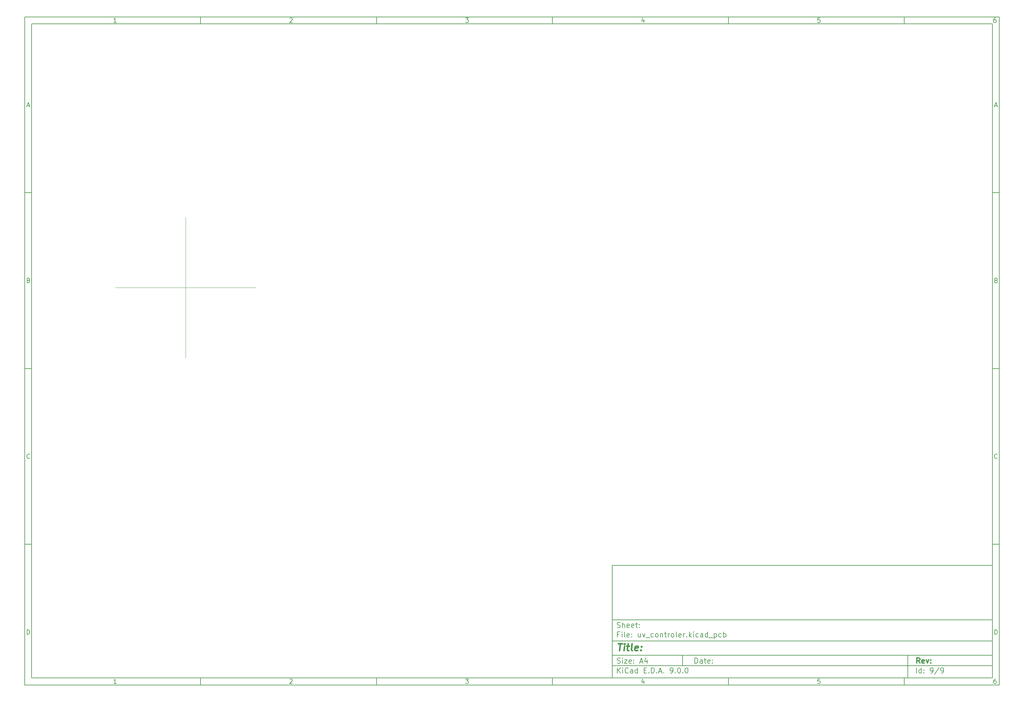
<source format=gbr>
%TF.GenerationSoftware,KiCad,Pcbnew,9.0.0*%
%TF.CreationDate,2025-06-04T23:26:29+02:00*%
%TF.ProjectId,uv_controler,75765f63-6f6e-4747-926f-6c65722e6b69,rev?*%
%TF.SameCoordinates,Original*%
%TF.FileFunction,Other,User*%
%FSLAX46Y46*%
G04 Gerber Fmt 4.6, Leading zero omitted, Abs format (unit mm)*
G04 Created by KiCad (PCBNEW 9.0.0) date 2025-06-04 23:26:29*
%MOMM*%
%LPD*%
G01*
G04 APERTURE LIST*
%ADD10C,0.100000*%
%ADD11C,0.150000*%
%ADD12C,0.300000*%
%ADD13C,0.400000*%
G04 APERTURE END LIST*
D10*
D11*
X177002200Y-166007200D02*
X285002200Y-166007200D01*
X285002200Y-198007200D01*
X177002200Y-198007200D01*
X177002200Y-166007200D01*
D10*
D11*
X10000000Y-10000000D02*
X287002200Y-10000000D01*
X287002200Y-200007200D01*
X10000000Y-200007200D01*
X10000000Y-10000000D01*
D10*
D11*
X12000000Y-12000000D02*
X285002200Y-12000000D01*
X285002200Y-198007200D01*
X12000000Y-198007200D01*
X12000000Y-12000000D01*
D10*
D11*
X60000000Y-12000000D02*
X60000000Y-10000000D01*
D10*
D11*
X110000000Y-12000000D02*
X110000000Y-10000000D01*
D10*
D11*
X160000000Y-12000000D02*
X160000000Y-10000000D01*
D10*
D11*
X210000000Y-12000000D02*
X210000000Y-10000000D01*
D10*
D11*
X260000000Y-12000000D02*
X260000000Y-10000000D01*
D10*
D11*
X36089160Y-11593604D02*
X35346303Y-11593604D01*
X35717731Y-11593604D02*
X35717731Y-10293604D01*
X35717731Y-10293604D02*
X35593922Y-10479319D01*
X35593922Y-10479319D02*
X35470112Y-10603128D01*
X35470112Y-10603128D02*
X35346303Y-10665033D01*
D10*
D11*
X85346303Y-10417414D02*
X85408207Y-10355509D01*
X85408207Y-10355509D02*
X85532017Y-10293604D01*
X85532017Y-10293604D02*
X85841541Y-10293604D01*
X85841541Y-10293604D02*
X85965350Y-10355509D01*
X85965350Y-10355509D02*
X86027255Y-10417414D01*
X86027255Y-10417414D02*
X86089160Y-10541223D01*
X86089160Y-10541223D02*
X86089160Y-10665033D01*
X86089160Y-10665033D02*
X86027255Y-10850747D01*
X86027255Y-10850747D02*
X85284398Y-11593604D01*
X85284398Y-11593604D02*
X86089160Y-11593604D01*
D10*
D11*
X135284398Y-10293604D02*
X136089160Y-10293604D01*
X136089160Y-10293604D02*
X135655826Y-10788842D01*
X135655826Y-10788842D02*
X135841541Y-10788842D01*
X135841541Y-10788842D02*
X135965350Y-10850747D01*
X135965350Y-10850747D02*
X136027255Y-10912652D01*
X136027255Y-10912652D02*
X136089160Y-11036461D01*
X136089160Y-11036461D02*
X136089160Y-11345985D01*
X136089160Y-11345985D02*
X136027255Y-11469795D01*
X136027255Y-11469795D02*
X135965350Y-11531700D01*
X135965350Y-11531700D02*
X135841541Y-11593604D01*
X135841541Y-11593604D02*
X135470112Y-11593604D01*
X135470112Y-11593604D02*
X135346303Y-11531700D01*
X135346303Y-11531700D02*
X135284398Y-11469795D01*
D10*
D11*
X185965350Y-10726938D02*
X185965350Y-11593604D01*
X185655826Y-10231700D02*
X185346303Y-11160271D01*
X185346303Y-11160271D02*
X186151064Y-11160271D01*
D10*
D11*
X236027255Y-10293604D02*
X235408207Y-10293604D01*
X235408207Y-10293604D02*
X235346303Y-10912652D01*
X235346303Y-10912652D02*
X235408207Y-10850747D01*
X235408207Y-10850747D02*
X235532017Y-10788842D01*
X235532017Y-10788842D02*
X235841541Y-10788842D01*
X235841541Y-10788842D02*
X235965350Y-10850747D01*
X235965350Y-10850747D02*
X236027255Y-10912652D01*
X236027255Y-10912652D02*
X236089160Y-11036461D01*
X236089160Y-11036461D02*
X236089160Y-11345985D01*
X236089160Y-11345985D02*
X236027255Y-11469795D01*
X236027255Y-11469795D02*
X235965350Y-11531700D01*
X235965350Y-11531700D02*
X235841541Y-11593604D01*
X235841541Y-11593604D02*
X235532017Y-11593604D01*
X235532017Y-11593604D02*
X235408207Y-11531700D01*
X235408207Y-11531700D02*
X235346303Y-11469795D01*
D10*
D11*
X285965350Y-10293604D02*
X285717731Y-10293604D01*
X285717731Y-10293604D02*
X285593922Y-10355509D01*
X285593922Y-10355509D02*
X285532017Y-10417414D01*
X285532017Y-10417414D02*
X285408207Y-10603128D01*
X285408207Y-10603128D02*
X285346303Y-10850747D01*
X285346303Y-10850747D02*
X285346303Y-11345985D01*
X285346303Y-11345985D02*
X285408207Y-11469795D01*
X285408207Y-11469795D02*
X285470112Y-11531700D01*
X285470112Y-11531700D02*
X285593922Y-11593604D01*
X285593922Y-11593604D02*
X285841541Y-11593604D01*
X285841541Y-11593604D02*
X285965350Y-11531700D01*
X285965350Y-11531700D02*
X286027255Y-11469795D01*
X286027255Y-11469795D02*
X286089160Y-11345985D01*
X286089160Y-11345985D02*
X286089160Y-11036461D01*
X286089160Y-11036461D02*
X286027255Y-10912652D01*
X286027255Y-10912652D02*
X285965350Y-10850747D01*
X285965350Y-10850747D02*
X285841541Y-10788842D01*
X285841541Y-10788842D02*
X285593922Y-10788842D01*
X285593922Y-10788842D02*
X285470112Y-10850747D01*
X285470112Y-10850747D02*
X285408207Y-10912652D01*
X285408207Y-10912652D02*
X285346303Y-11036461D01*
D10*
D11*
X60000000Y-198007200D02*
X60000000Y-200007200D01*
D10*
D11*
X110000000Y-198007200D02*
X110000000Y-200007200D01*
D10*
D11*
X160000000Y-198007200D02*
X160000000Y-200007200D01*
D10*
D11*
X210000000Y-198007200D02*
X210000000Y-200007200D01*
D10*
D11*
X260000000Y-198007200D02*
X260000000Y-200007200D01*
D10*
D11*
X36089160Y-199600804D02*
X35346303Y-199600804D01*
X35717731Y-199600804D02*
X35717731Y-198300804D01*
X35717731Y-198300804D02*
X35593922Y-198486519D01*
X35593922Y-198486519D02*
X35470112Y-198610328D01*
X35470112Y-198610328D02*
X35346303Y-198672233D01*
D10*
D11*
X85346303Y-198424614D02*
X85408207Y-198362709D01*
X85408207Y-198362709D02*
X85532017Y-198300804D01*
X85532017Y-198300804D02*
X85841541Y-198300804D01*
X85841541Y-198300804D02*
X85965350Y-198362709D01*
X85965350Y-198362709D02*
X86027255Y-198424614D01*
X86027255Y-198424614D02*
X86089160Y-198548423D01*
X86089160Y-198548423D02*
X86089160Y-198672233D01*
X86089160Y-198672233D02*
X86027255Y-198857947D01*
X86027255Y-198857947D02*
X85284398Y-199600804D01*
X85284398Y-199600804D02*
X86089160Y-199600804D01*
D10*
D11*
X135284398Y-198300804D02*
X136089160Y-198300804D01*
X136089160Y-198300804D02*
X135655826Y-198796042D01*
X135655826Y-198796042D02*
X135841541Y-198796042D01*
X135841541Y-198796042D02*
X135965350Y-198857947D01*
X135965350Y-198857947D02*
X136027255Y-198919852D01*
X136027255Y-198919852D02*
X136089160Y-199043661D01*
X136089160Y-199043661D02*
X136089160Y-199353185D01*
X136089160Y-199353185D02*
X136027255Y-199476995D01*
X136027255Y-199476995D02*
X135965350Y-199538900D01*
X135965350Y-199538900D02*
X135841541Y-199600804D01*
X135841541Y-199600804D02*
X135470112Y-199600804D01*
X135470112Y-199600804D02*
X135346303Y-199538900D01*
X135346303Y-199538900D02*
X135284398Y-199476995D01*
D10*
D11*
X185965350Y-198734138D02*
X185965350Y-199600804D01*
X185655826Y-198238900D02*
X185346303Y-199167471D01*
X185346303Y-199167471D02*
X186151064Y-199167471D01*
D10*
D11*
X236027255Y-198300804D02*
X235408207Y-198300804D01*
X235408207Y-198300804D02*
X235346303Y-198919852D01*
X235346303Y-198919852D02*
X235408207Y-198857947D01*
X235408207Y-198857947D02*
X235532017Y-198796042D01*
X235532017Y-198796042D02*
X235841541Y-198796042D01*
X235841541Y-198796042D02*
X235965350Y-198857947D01*
X235965350Y-198857947D02*
X236027255Y-198919852D01*
X236027255Y-198919852D02*
X236089160Y-199043661D01*
X236089160Y-199043661D02*
X236089160Y-199353185D01*
X236089160Y-199353185D02*
X236027255Y-199476995D01*
X236027255Y-199476995D02*
X235965350Y-199538900D01*
X235965350Y-199538900D02*
X235841541Y-199600804D01*
X235841541Y-199600804D02*
X235532017Y-199600804D01*
X235532017Y-199600804D02*
X235408207Y-199538900D01*
X235408207Y-199538900D02*
X235346303Y-199476995D01*
D10*
D11*
X285965350Y-198300804D02*
X285717731Y-198300804D01*
X285717731Y-198300804D02*
X285593922Y-198362709D01*
X285593922Y-198362709D02*
X285532017Y-198424614D01*
X285532017Y-198424614D02*
X285408207Y-198610328D01*
X285408207Y-198610328D02*
X285346303Y-198857947D01*
X285346303Y-198857947D02*
X285346303Y-199353185D01*
X285346303Y-199353185D02*
X285408207Y-199476995D01*
X285408207Y-199476995D02*
X285470112Y-199538900D01*
X285470112Y-199538900D02*
X285593922Y-199600804D01*
X285593922Y-199600804D02*
X285841541Y-199600804D01*
X285841541Y-199600804D02*
X285965350Y-199538900D01*
X285965350Y-199538900D02*
X286027255Y-199476995D01*
X286027255Y-199476995D02*
X286089160Y-199353185D01*
X286089160Y-199353185D02*
X286089160Y-199043661D01*
X286089160Y-199043661D02*
X286027255Y-198919852D01*
X286027255Y-198919852D02*
X285965350Y-198857947D01*
X285965350Y-198857947D02*
X285841541Y-198796042D01*
X285841541Y-198796042D02*
X285593922Y-198796042D01*
X285593922Y-198796042D02*
X285470112Y-198857947D01*
X285470112Y-198857947D02*
X285408207Y-198919852D01*
X285408207Y-198919852D02*
X285346303Y-199043661D01*
D10*
D11*
X10000000Y-60000000D02*
X12000000Y-60000000D01*
D10*
D11*
X10000000Y-110000000D02*
X12000000Y-110000000D01*
D10*
D11*
X10000000Y-160000000D02*
X12000000Y-160000000D01*
D10*
D11*
X10690476Y-35222176D02*
X11309523Y-35222176D01*
X10566666Y-35593604D02*
X10999999Y-34293604D01*
X10999999Y-34293604D02*
X11433333Y-35593604D01*
D10*
D11*
X11092857Y-84912652D02*
X11278571Y-84974557D01*
X11278571Y-84974557D02*
X11340476Y-85036461D01*
X11340476Y-85036461D02*
X11402380Y-85160271D01*
X11402380Y-85160271D02*
X11402380Y-85345985D01*
X11402380Y-85345985D02*
X11340476Y-85469795D01*
X11340476Y-85469795D02*
X11278571Y-85531700D01*
X11278571Y-85531700D02*
X11154761Y-85593604D01*
X11154761Y-85593604D02*
X10659523Y-85593604D01*
X10659523Y-85593604D02*
X10659523Y-84293604D01*
X10659523Y-84293604D02*
X11092857Y-84293604D01*
X11092857Y-84293604D02*
X11216666Y-84355509D01*
X11216666Y-84355509D02*
X11278571Y-84417414D01*
X11278571Y-84417414D02*
X11340476Y-84541223D01*
X11340476Y-84541223D02*
X11340476Y-84665033D01*
X11340476Y-84665033D02*
X11278571Y-84788842D01*
X11278571Y-84788842D02*
X11216666Y-84850747D01*
X11216666Y-84850747D02*
X11092857Y-84912652D01*
X11092857Y-84912652D02*
X10659523Y-84912652D01*
D10*
D11*
X11402380Y-135469795D02*
X11340476Y-135531700D01*
X11340476Y-135531700D02*
X11154761Y-135593604D01*
X11154761Y-135593604D02*
X11030952Y-135593604D01*
X11030952Y-135593604D02*
X10845238Y-135531700D01*
X10845238Y-135531700D02*
X10721428Y-135407890D01*
X10721428Y-135407890D02*
X10659523Y-135284080D01*
X10659523Y-135284080D02*
X10597619Y-135036461D01*
X10597619Y-135036461D02*
X10597619Y-134850747D01*
X10597619Y-134850747D02*
X10659523Y-134603128D01*
X10659523Y-134603128D02*
X10721428Y-134479319D01*
X10721428Y-134479319D02*
X10845238Y-134355509D01*
X10845238Y-134355509D02*
X11030952Y-134293604D01*
X11030952Y-134293604D02*
X11154761Y-134293604D01*
X11154761Y-134293604D02*
X11340476Y-134355509D01*
X11340476Y-134355509D02*
X11402380Y-134417414D01*
D10*
D11*
X10659523Y-185593604D02*
X10659523Y-184293604D01*
X10659523Y-184293604D02*
X10969047Y-184293604D01*
X10969047Y-184293604D02*
X11154761Y-184355509D01*
X11154761Y-184355509D02*
X11278571Y-184479319D01*
X11278571Y-184479319D02*
X11340476Y-184603128D01*
X11340476Y-184603128D02*
X11402380Y-184850747D01*
X11402380Y-184850747D02*
X11402380Y-185036461D01*
X11402380Y-185036461D02*
X11340476Y-185284080D01*
X11340476Y-185284080D02*
X11278571Y-185407890D01*
X11278571Y-185407890D02*
X11154761Y-185531700D01*
X11154761Y-185531700D02*
X10969047Y-185593604D01*
X10969047Y-185593604D02*
X10659523Y-185593604D01*
D10*
D11*
X287002200Y-60000000D02*
X285002200Y-60000000D01*
D10*
D11*
X287002200Y-110000000D02*
X285002200Y-110000000D01*
D10*
D11*
X287002200Y-160000000D02*
X285002200Y-160000000D01*
D10*
D11*
X285692676Y-35222176D02*
X286311723Y-35222176D01*
X285568866Y-35593604D02*
X286002199Y-34293604D01*
X286002199Y-34293604D02*
X286435533Y-35593604D01*
D10*
D11*
X286095057Y-84912652D02*
X286280771Y-84974557D01*
X286280771Y-84974557D02*
X286342676Y-85036461D01*
X286342676Y-85036461D02*
X286404580Y-85160271D01*
X286404580Y-85160271D02*
X286404580Y-85345985D01*
X286404580Y-85345985D02*
X286342676Y-85469795D01*
X286342676Y-85469795D02*
X286280771Y-85531700D01*
X286280771Y-85531700D02*
X286156961Y-85593604D01*
X286156961Y-85593604D02*
X285661723Y-85593604D01*
X285661723Y-85593604D02*
X285661723Y-84293604D01*
X285661723Y-84293604D02*
X286095057Y-84293604D01*
X286095057Y-84293604D02*
X286218866Y-84355509D01*
X286218866Y-84355509D02*
X286280771Y-84417414D01*
X286280771Y-84417414D02*
X286342676Y-84541223D01*
X286342676Y-84541223D02*
X286342676Y-84665033D01*
X286342676Y-84665033D02*
X286280771Y-84788842D01*
X286280771Y-84788842D02*
X286218866Y-84850747D01*
X286218866Y-84850747D02*
X286095057Y-84912652D01*
X286095057Y-84912652D02*
X285661723Y-84912652D01*
D10*
D11*
X286404580Y-135469795D02*
X286342676Y-135531700D01*
X286342676Y-135531700D02*
X286156961Y-135593604D01*
X286156961Y-135593604D02*
X286033152Y-135593604D01*
X286033152Y-135593604D02*
X285847438Y-135531700D01*
X285847438Y-135531700D02*
X285723628Y-135407890D01*
X285723628Y-135407890D02*
X285661723Y-135284080D01*
X285661723Y-135284080D02*
X285599819Y-135036461D01*
X285599819Y-135036461D02*
X285599819Y-134850747D01*
X285599819Y-134850747D02*
X285661723Y-134603128D01*
X285661723Y-134603128D02*
X285723628Y-134479319D01*
X285723628Y-134479319D02*
X285847438Y-134355509D01*
X285847438Y-134355509D02*
X286033152Y-134293604D01*
X286033152Y-134293604D02*
X286156961Y-134293604D01*
X286156961Y-134293604D02*
X286342676Y-134355509D01*
X286342676Y-134355509D02*
X286404580Y-134417414D01*
D10*
D11*
X285661723Y-185593604D02*
X285661723Y-184293604D01*
X285661723Y-184293604D02*
X285971247Y-184293604D01*
X285971247Y-184293604D02*
X286156961Y-184355509D01*
X286156961Y-184355509D02*
X286280771Y-184479319D01*
X286280771Y-184479319D02*
X286342676Y-184603128D01*
X286342676Y-184603128D02*
X286404580Y-184850747D01*
X286404580Y-184850747D02*
X286404580Y-185036461D01*
X286404580Y-185036461D02*
X286342676Y-185284080D01*
X286342676Y-185284080D02*
X286280771Y-185407890D01*
X286280771Y-185407890D02*
X286156961Y-185531700D01*
X286156961Y-185531700D02*
X285971247Y-185593604D01*
X285971247Y-185593604D02*
X285661723Y-185593604D01*
D10*
D11*
X200458026Y-193793328D02*
X200458026Y-192293328D01*
X200458026Y-192293328D02*
X200815169Y-192293328D01*
X200815169Y-192293328D02*
X201029455Y-192364757D01*
X201029455Y-192364757D02*
X201172312Y-192507614D01*
X201172312Y-192507614D02*
X201243741Y-192650471D01*
X201243741Y-192650471D02*
X201315169Y-192936185D01*
X201315169Y-192936185D02*
X201315169Y-193150471D01*
X201315169Y-193150471D02*
X201243741Y-193436185D01*
X201243741Y-193436185D02*
X201172312Y-193579042D01*
X201172312Y-193579042D02*
X201029455Y-193721900D01*
X201029455Y-193721900D02*
X200815169Y-193793328D01*
X200815169Y-193793328D02*
X200458026Y-193793328D01*
X202600884Y-193793328D02*
X202600884Y-193007614D01*
X202600884Y-193007614D02*
X202529455Y-192864757D01*
X202529455Y-192864757D02*
X202386598Y-192793328D01*
X202386598Y-192793328D02*
X202100884Y-192793328D01*
X202100884Y-192793328D02*
X201958026Y-192864757D01*
X202600884Y-193721900D02*
X202458026Y-193793328D01*
X202458026Y-193793328D02*
X202100884Y-193793328D01*
X202100884Y-193793328D02*
X201958026Y-193721900D01*
X201958026Y-193721900D02*
X201886598Y-193579042D01*
X201886598Y-193579042D02*
X201886598Y-193436185D01*
X201886598Y-193436185D02*
X201958026Y-193293328D01*
X201958026Y-193293328D02*
X202100884Y-193221900D01*
X202100884Y-193221900D02*
X202458026Y-193221900D01*
X202458026Y-193221900D02*
X202600884Y-193150471D01*
X203100884Y-192793328D02*
X203672312Y-192793328D01*
X203315169Y-192293328D02*
X203315169Y-193579042D01*
X203315169Y-193579042D02*
X203386598Y-193721900D01*
X203386598Y-193721900D02*
X203529455Y-193793328D01*
X203529455Y-193793328D02*
X203672312Y-193793328D01*
X204743741Y-193721900D02*
X204600884Y-193793328D01*
X204600884Y-193793328D02*
X204315170Y-193793328D01*
X204315170Y-193793328D02*
X204172312Y-193721900D01*
X204172312Y-193721900D02*
X204100884Y-193579042D01*
X204100884Y-193579042D02*
X204100884Y-193007614D01*
X204100884Y-193007614D02*
X204172312Y-192864757D01*
X204172312Y-192864757D02*
X204315170Y-192793328D01*
X204315170Y-192793328D02*
X204600884Y-192793328D01*
X204600884Y-192793328D02*
X204743741Y-192864757D01*
X204743741Y-192864757D02*
X204815170Y-193007614D01*
X204815170Y-193007614D02*
X204815170Y-193150471D01*
X204815170Y-193150471D02*
X204100884Y-193293328D01*
X205458026Y-193650471D02*
X205529455Y-193721900D01*
X205529455Y-193721900D02*
X205458026Y-193793328D01*
X205458026Y-193793328D02*
X205386598Y-193721900D01*
X205386598Y-193721900D02*
X205458026Y-193650471D01*
X205458026Y-193650471D02*
X205458026Y-193793328D01*
X205458026Y-192864757D02*
X205529455Y-192936185D01*
X205529455Y-192936185D02*
X205458026Y-193007614D01*
X205458026Y-193007614D02*
X205386598Y-192936185D01*
X205386598Y-192936185D02*
X205458026Y-192864757D01*
X205458026Y-192864757D02*
X205458026Y-193007614D01*
D10*
D11*
X177002200Y-194507200D02*
X285002200Y-194507200D01*
D10*
D11*
X178458026Y-196593328D02*
X178458026Y-195093328D01*
X179315169Y-196593328D02*
X178672312Y-195736185D01*
X179315169Y-195093328D02*
X178458026Y-195950471D01*
X179958026Y-196593328D02*
X179958026Y-195593328D01*
X179958026Y-195093328D02*
X179886598Y-195164757D01*
X179886598Y-195164757D02*
X179958026Y-195236185D01*
X179958026Y-195236185D02*
X180029455Y-195164757D01*
X180029455Y-195164757D02*
X179958026Y-195093328D01*
X179958026Y-195093328D02*
X179958026Y-195236185D01*
X181529455Y-196450471D02*
X181458027Y-196521900D01*
X181458027Y-196521900D02*
X181243741Y-196593328D01*
X181243741Y-196593328D02*
X181100884Y-196593328D01*
X181100884Y-196593328D02*
X180886598Y-196521900D01*
X180886598Y-196521900D02*
X180743741Y-196379042D01*
X180743741Y-196379042D02*
X180672312Y-196236185D01*
X180672312Y-196236185D02*
X180600884Y-195950471D01*
X180600884Y-195950471D02*
X180600884Y-195736185D01*
X180600884Y-195736185D02*
X180672312Y-195450471D01*
X180672312Y-195450471D02*
X180743741Y-195307614D01*
X180743741Y-195307614D02*
X180886598Y-195164757D01*
X180886598Y-195164757D02*
X181100884Y-195093328D01*
X181100884Y-195093328D02*
X181243741Y-195093328D01*
X181243741Y-195093328D02*
X181458027Y-195164757D01*
X181458027Y-195164757D02*
X181529455Y-195236185D01*
X182815170Y-196593328D02*
X182815170Y-195807614D01*
X182815170Y-195807614D02*
X182743741Y-195664757D01*
X182743741Y-195664757D02*
X182600884Y-195593328D01*
X182600884Y-195593328D02*
X182315170Y-195593328D01*
X182315170Y-195593328D02*
X182172312Y-195664757D01*
X182815170Y-196521900D02*
X182672312Y-196593328D01*
X182672312Y-196593328D02*
X182315170Y-196593328D01*
X182315170Y-196593328D02*
X182172312Y-196521900D01*
X182172312Y-196521900D02*
X182100884Y-196379042D01*
X182100884Y-196379042D02*
X182100884Y-196236185D01*
X182100884Y-196236185D02*
X182172312Y-196093328D01*
X182172312Y-196093328D02*
X182315170Y-196021900D01*
X182315170Y-196021900D02*
X182672312Y-196021900D01*
X182672312Y-196021900D02*
X182815170Y-195950471D01*
X184172313Y-196593328D02*
X184172313Y-195093328D01*
X184172313Y-196521900D02*
X184029455Y-196593328D01*
X184029455Y-196593328D02*
X183743741Y-196593328D01*
X183743741Y-196593328D02*
X183600884Y-196521900D01*
X183600884Y-196521900D02*
X183529455Y-196450471D01*
X183529455Y-196450471D02*
X183458027Y-196307614D01*
X183458027Y-196307614D02*
X183458027Y-195879042D01*
X183458027Y-195879042D02*
X183529455Y-195736185D01*
X183529455Y-195736185D02*
X183600884Y-195664757D01*
X183600884Y-195664757D02*
X183743741Y-195593328D01*
X183743741Y-195593328D02*
X184029455Y-195593328D01*
X184029455Y-195593328D02*
X184172313Y-195664757D01*
X186029455Y-195807614D02*
X186529455Y-195807614D01*
X186743741Y-196593328D02*
X186029455Y-196593328D01*
X186029455Y-196593328D02*
X186029455Y-195093328D01*
X186029455Y-195093328D02*
X186743741Y-195093328D01*
X187386598Y-196450471D02*
X187458027Y-196521900D01*
X187458027Y-196521900D02*
X187386598Y-196593328D01*
X187386598Y-196593328D02*
X187315170Y-196521900D01*
X187315170Y-196521900D02*
X187386598Y-196450471D01*
X187386598Y-196450471D02*
X187386598Y-196593328D01*
X188100884Y-196593328D02*
X188100884Y-195093328D01*
X188100884Y-195093328D02*
X188458027Y-195093328D01*
X188458027Y-195093328D02*
X188672313Y-195164757D01*
X188672313Y-195164757D02*
X188815170Y-195307614D01*
X188815170Y-195307614D02*
X188886599Y-195450471D01*
X188886599Y-195450471D02*
X188958027Y-195736185D01*
X188958027Y-195736185D02*
X188958027Y-195950471D01*
X188958027Y-195950471D02*
X188886599Y-196236185D01*
X188886599Y-196236185D02*
X188815170Y-196379042D01*
X188815170Y-196379042D02*
X188672313Y-196521900D01*
X188672313Y-196521900D02*
X188458027Y-196593328D01*
X188458027Y-196593328D02*
X188100884Y-196593328D01*
X189600884Y-196450471D02*
X189672313Y-196521900D01*
X189672313Y-196521900D02*
X189600884Y-196593328D01*
X189600884Y-196593328D02*
X189529456Y-196521900D01*
X189529456Y-196521900D02*
X189600884Y-196450471D01*
X189600884Y-196450471D02*
X189600884Y-196593328D01*
X190243742Y-196164757D02*
X190958028Y-196164757D01*
X190100885Y-196593328D02*
X190600885Y-195093328D01*
X190600885Y-195093328D02*
X191100885Y-196593328D01*
X191600884Y-196450471D02*
X191672313Y-196521900D01*
X191672313Y-196521900D02*
X191600884Y-196593328D01*
X191600884Y-196593328D02*
X191529456Y-196521900D01*
X191529456Y-196521900D02*
X191600884Y-196450471D01*
X191600884Y-196450471D02*
X191600884Y-196593328D01*
X193529456Y-196593328D02*
X193815170Y-196593328D01*
X193815170Y-196593328D02*
X193958027Y-196521900D01*
X193958027Y-196521900D02*
X194029456Y-196450471D01*
X194029456Y-196450471D02*
X194172313Y-196236185D01*
X194172313Y-196236185D02*
X194243742Y-195950471D01*
X194243742Y-195950471D02*
X194243742Y-195379042D01*
X194243742Y-195379042D02*
X194172313Y-195236185D01*
X194172313Y-195236185D02*
X194100885Y-195164757D01*
X194100885Y-195164757D02*
X193958027Y-195093328D01*
X193958027Y-195093328D02*
X193672313Y-195093328D01*
X193672313Y-195093328D02*
X193529456Y-195164757D01*
X193529456Y-195164757D02*
X193458027Y-195236185D01*
X193458027Y-195236185D02*
X193386599Y-195379042D01*
X193386599Y-195379042D02*
X193386599Y-195736185D01*
X193386599Y-195736185D02*
X193458027Y-195879042D01*
X193458027Y-195879042D02*
X193529456Y-195950471D01*
X193529456Y-195950471D02*
X193672313Y-196021900D01*
X193672313Y-196021900D02*
X193958027Y-196021900D01*
X193958027Y-196021900D02*
X194100885Y-195950471D01*
X194100885Y-195950471D02*
X194172313Y-195879042D01*
X194172313Y-195879042D02*
X194243742Y-195736185D01*
X194886598Y-196450471D02*
X194958027Y-196521900D01*
X194958027Y-196521900D02*
X194886598Y-196593328D01*
X194886598Y-196593328D02*
X194815170Y-196521900D01*
X194815170Y-196521900D02*
X194886598Y-196450471D01*
X194886598Y-196450471D02*
X194886598Y-196593328D01*
X195886599Y-195093328D02*
X196029456Y-195093328D01*
X196029456Y-195093328D02*
X196172313Y-195164757D01*
X196172313Y-195164757D02*
X196243742Y-195236185D01*
X196243742Y-195236185D02*
X196315170Y-195379042D01*
X196315170Y-195379042D02*
X196386599Y-195664757D01*
X196386599Y-195664757D02*
X196386599Y-196021900D01*
X196386599Y-196021900D02*
X196315170Y-196307614D01*
X196315170Y-196307614D02*
X196243742Y-196450471D01*
X196243742Y-196450471D02*
X196172313Y-196521900D01*
X196172313Y-196521900D02*
X196029456Y-196593328D01*
X196029456Y-196593328D02*
X195886599Y-196593328D01*
X195886599Y-196593328D02*
X195743742Y-196521900D01*
X195743742Y-196521900D02*
X195672313Y-196450471D01*
X195672313Y-196450471D02*
X195600884Y-196307614D01*
X195600884Y-196307614D02*
X195529456Y-196021900D01*
X195529456Y-196021900D02*
X195529456Y-195664757D01*
X195529456Y-195664757D02*
X195600884Y-195379042D01*
X195600884Y-195379042D02*
X195672313Y-195236185D01*
X195672313Y-195236185D02*
X195743742Y-195164757D01*
X195743742Y-195164757D02*
X195886599Y-195093328D01*
X197029455Y-196450471D02*
X197100884Y-196521900D01*
X197100884Y-196521900D02*
X197029455Y-196593328D01*
X197029455Y-196593328D02*
X196958027Y-196521900D01*
X196958027Y-196521900D02*
X197029455Y-196450471D01*
X197029455Y-196450471D02*
X197029455Y-196593328D01*
X198029456Y-195093328D02*
X198172313Y-195093328D01*
X198172313Y-195093328D02*
X198315170Y-195164757D01*
X198315170Y-195164757D02*
X198386599Y-195236185D01*
X198386599Y-195236185D02*
X198458027Y-195379042D01*
X198458027Y-195379042D02*
X198529456Y-195664757D01*
X198529456Y-195664757D02*
X198529456Y-196021900D01*
X198529456Y-196021900D02*
X198458027Y-196307614D01*
X198458027Y-196307614D02*
X198386599Y-196450471D01*
X198386599Y-196450471D02*
X198315170Y-196521900D01*
X198315170Y-196521900D02*
X198172313Y-196593328D01*
X198172313Y-196593328D02*
X198029456Y-196593328D01*
X198029456Y-196593328D02*
X197886599Y-196521900D01*
X197886599Y-196521900D02*
X197815170Y-196450471D01*
X197815170Y-196450471D02*
X197743741Y-196307614D01*
X197743741Y-196307614D02*
X197672313Y-196021900D01*
X197672313Y-196021900D02*
X197672313Y-195664757D01*
X197672313Y-195664757D02*
X197743741Y-195379042D01*
X197743741Y-195379042D02*
X197815170Y-195236185D01*
X197815170Y-195236185D02*
X197886599Y-195164757D01*
X197886599Y-195164757D02*
X198029456Y-195093328D01*
D10*
D11*
X177002200Y-191507200D02*
X285002200Y-191507200D01*
D10*
D12*
X264413853Y-193785528D02*
X263913853Y-193071242D01*
X263556710Y-193785528D02*
X263556710Y-192285528D01*
X263556710Y-192285528D02*
X264128139Y-192285528D01*
X264128139Y-192285528D02*
X264270996Y-192356957D01*
X264270996Y-192356957D02*
X264342425Y-192428385D01*
X264342425Y-192428385D02*
X264413853Y-192571242D01*
X264413853Y-192571242D02*
X264413853Y-192785528D01*
X264413853Y-192785528D02*
X264342425Y-192928385D01*
X264342425Y-192928385D02*
X264270996Y-192999814D01*
X264270996Y-192999814D02*
X264128139Y-193071242D01*
X264128139Y-193071242D02*
X263556710Y-193071242D01*
X265628139Y-193714100D02*
X265485282Y-193785528D01*
X265485282Y-193785528D02*
X265199568Y-193785528D01*
X265199568Y-193785528D02*
X265056710Y-193714100D01*
X265056710Y-193714100D02*
X264985282Y-193571242D01*
X264985282Y-193571242D02*
X264985282Y-192999814D01*
X264985282Y-192999814D02*
X265056710Y-192856957D01*
X265056710Y-192856957D02*
X265199568Y-192785528D01*
X265199568Y-192785528D02*
X265485282Y-192785528D01*
X265485282Y-192785528D02*
X265628139Y-192856957D01*
X265628139Y-192856957D02*
X265699568Y-192999814D01*
X265699568Y-192999814D02*
X265699568Y-193142671D01*
X265699568Y-193142671D02*
X264985282Y-193285528D01*
X266199567Y-192785528D02*
X266556710Y-193785528D01*
X266556710Y-193785528D02*
X266913853Y-192785528D01*
X267485281Y-193642671D02*
X267556710Y-193714100D01*
X267556710Y-193714100D02*
X267485281Y-193785528D01*
X267485281Y-193785528D02*
X267413853Y-193714100D01*
X267413853Y-193714100D02*
X267485281Y-193642671D01*
X267485281Y-193642671D02*
X267485281Y-193785528D01*
X267485281Y-192856957D02*
X267556710Y-192928385D01*
X267556710Y-192928385D02*
X267485281Y-192999814D01*
X267485281Y-192999814D02*
X267413853Y-192928385D01*
X267413853Y-192928385D02*
X267485281Y-192856957D01*
X267485281Y-192856957D02*
X267485281Y-192999814D01*
D10*
D11*
X178386598Y-193721900D02*
X178600884Y-193793328D01*
X178600884Y-193793328D02*
X178958026Y-193793328D01*
X178958026Y-193793328D02*
X179100884Y-193721900D01*
X179100884Y-193721900D02*
X179172312Y-193650471D01*
X179172312Y-193650471D02*
X179243741Y-193507614D01*
X179243741Y-193507614D02*
X179243741Y-193364757D01*
X179243741Y-193364757D02*
X179172312Y-193221900D01*
X179172312Y-193221900D02*
X179100884Y-193150471D01*
X179100884Y-193150471D02*
X178958026Y-193079042D01*
X178958026Y-193079042D02*
X178672312Y-193007614D01*
X178672312Y-193007614D02*
X178529455Y-192936185D01*
X178529455Y-192936185D02*
X178458026Y-192864757D01*
X178458026Y-192864757D02*
X178386598Y-192721900D01*
X178386598Y-192721900D02*
X178386598Y-192579042D01*
X178386598Y-192579042D02*
X178458026Y-192436185D01*
X178458026Y-192436185D02*
X178529455Y-192364757D01*
X178529455Y-192364757D02*
X178672312Y-192293328D01*
X178672312Y-192293328D02*
X179029455Y-192293328D01*
X179029455Y-192293328D02*
X179243741Y-192364757D01*
X179886597Y-193793328D02*
X179886597Y-192793328D01*
X179886597Y-192293328D02*
X179815169Y-192364757D01*
X179815169Y-192364757D02*
X179886597Y-192436185D01*
X179886597Y-192436185D02*
X179958026Y-192364757D01*
X179958026Y-192364757D02*
X179886597Y-192293328D01*
X179886597Y-192293328D02*
X179886597Y-192436185D01*
X180458026Y-192793328D02*
X181243741Y-192793328D01*
X181243741Y-192793328D02*
X180458026Y-193793328D01*
X180458026Y-193793328D02*
X181243741Y-193793328D01*
X182386598Y-193721900D02*
X182243741Y-193793328D01*
X182243741Y-193793328D02*
X181958027Y-193793328D01*
X181958027Y-193793328D02*
X181815169Y-193721900D01*
X181815169Y-193721900D02*
X181743741Y-193579042D01*
X181743741Y-193579042D02*
X181743741Y-193007614D01*
X181743741Y-193007614D02*
X181815169Y-192864757D01*
X181815169Y-192864757D02*
X181958027Y-192793328D01*
X181958027Y-192793328D02*
X182243741Y-192793328D01*
X182243741Y-192793328D02*
X182386598Y-192864757D01*
X182386598Y-192864757D02*
X182458027Y-193007614D01*
X182458027Y-193007614D02*
X182458027Y-193150471D01*
X182458027Y-193150471D02*
X181743741Y-193293328D01*
X183100883Y-193650471D02*
X183172312Y-193721900D01*
X183172312Y-193721900D02*
X183100883Y-193793328D01*
X183100883Y-193793328D02*
X183029455Y-193721900D01*
X183029455Y-193721900D02*
X183100883Y-193650471D01*
X183100883Y-193650471D02*
X183100883Y-193793328D01*
X183100883Y-192864757D02*
X183172312Y-192936185D01*
X183172312Y-192936185D02*
X183100883Y-193007614D01*
X183100883Y-193007614D02*
X183029455Y-192936185D01*
X183029455Y-192936185D02*
X183100883Y-192864757D01*
X183100883Y-192864757D02*
X183100883Y-193007614D01*
X184886598Y-193364757D02*
X185600884Y-193364757D01*
X184743741Y-193793328D02*
X185243741Y-192293328D01*
X185243741Y-192293328D02*
X185743741Y-193793328D01*
X186886598Y-192793328D02*
X186886598Y-193793328D01*
X186529455Y-192221900D02*
X186172312Y-193293328D01*
X186172312Y-193293328D02*
X187100883Y-193293328D01*
D10*
D11*
X263458026Y-196593328D02*
X263458026Y-195093328D01*
X264815170Y-196593328D02*
X264815170Y-195093328D01*
X264815170Y-196521900D02*
X264672312Y-196593328D01*
X264672312Y-196593328D02*
X264386598Y-196593328D01*
X264386598Y-196593328D02*
X264243741Y-196521900D01*
X264243741Y-196521900D02*
X264172312Y-196450471D01*
X264172312Y-196450471D02*
X264100884Y-196307614D01*
X264100884Y-196307614D02*
X264100884Y-195879042D01*
X264100884Y-195879042D02*
X264172312Y-195736185D01*
X264172312Y-195736185D02*
X264243741Y-195664757D01*
X264243741Y-195664757D02*
X264386598Y-195593328D01*
X264386598Y-195593328D02*
X264672312Y-195593328D01*
X264672312Y-195593328D02*
X264815170Y-195664757D01*
X265529455Y-196450471D02*
X265600884Y-196521900D01*
X265600884Y-196521900D02*
X265529455Y-196593328D01*
X265529455Y-196593328D02*
X265458027Y-196521900D01*
X265458027Y-196521900D02*
X265529455Y-196450471D01*
X265529455Y-196450471D02*
X265529455Y-196593328D01*
X265529455Y-195664757D02*
X265600884Y-195736185D01*
X265600884Y-195736185D02*
X265529455Y-195807614D01*
X265529455Y-195807614D02*
X265458027Y-195736185D01*
X265458027Y-195736185D02*
X265529455Y-195664757D01*
X265529455Y-195664757D02*
X265529455Y-195807614D01*
X267458027Y-196593328D02*
X267743741Y-196593328D01*
X267743741Y-196593328D02*
X267886598Y-196521900D01*
X267886598Y-196521900D02*
X267958027Y-196450471D01*
X267958027Y-196450471D02*
X268100884Y-196236185D01*
X268100884Y-196236185D02*
X268172313Y-195950471D01*
X268172313Y-195950471D02*
X268172313Y-195379042D01*
X268172313Y-195379042D02*
X268100884Y-195236185D01*
X268100884Y-195236185D02*
X268029456Y-195164757D01*
X268029456Y-195164757D02*
X267886598Y-195093328D01*
X267886598Y-195093328D02*
X267600884Y-195093328D01*
X267600884Y-195093328D02*
X267458027Y-195164757D01*
X267458027Y-195164757D02*
X267386598Y-195236185D01*
X267386598Y-195236185D02*
X267315170Y-195379042D01*
X267315170Y-195379042D02*
X267315170Y-195736185D01*
X267315170Y-195736185D02*
X267386598Y-195879042D01*
X267386598Y-195879042D02*
X267458027Y-195950471D01*
X267458027Y-195950471D02*
X267600884Y-196021900D01*
X267600884Y-196021900D02*
X267886598Y-196021900D01*
X267886598Y-196021900D02*
X268029456Y-195950471D01*
X268029456Y-195950471D02*
X268100884Y-195879042D01*
X268100884Y-195879042D02*
X268172313Y-195736185D01*
X269886598Y-195021900D02*
X268600884Y-196950471D01*
X270458027Y-196593328D02*
X270743741Y-196593328D01*
X270743741Y-196593328D02*
X270886598Y-196521900D01*
X270886598Y-196521900D02*
X270958027Y-196450471D01*
X270958027Y-196450471D02*
X271100884Y-196236185D01*
X271100884Y-196236185D02*
X271172313Y-195950471D01*
X271172313Y-195950471D02*
X271172313Y-195379042D01*
X271172313Y-195379042D02*
X271100884Y-195236185D01*
X271100884Y-195236185D02*
X271029456Y-195164757D01*
X271029456Y-195164757D02*
X270886598Y-195093328D01*
X270886598Y-195093328D02*
X270600884Y-195093328D01*
X270600884Y-195093328D02*
X270458027Y-195164757D01*
X270458027Y-195164757D02*
X270386598Y-195236185D01*
X270386598Y-195236185D02*
X270315170Y-195379042D01*
X270315170Y-195379042D02*
X270315170Y-195736185D01*
X270315170Y-195736185D02*
X270386598Y-195879042D01*
X270386598Y-195879042D02*
X270458027Y-195950471D01*
X270458027Y-195950471D02*
X270600884Y-196021900D01*
X270600884Y-196021900D02*
X270886598Y-196021900D01*
X270886598Y-196021900D02*
X271029456Y-195950471D01*
X271029456Y-195950471D02*
X271100884Y-195879042D01*
X271100884Y-195879042D02*
X271172313Y-195736185D01*
D10*
D11*
X177002200Y-187507200D02*
X285002200Y-187507200D01*
D10*
D13*
X178693928Y-188211638D02*
X179836785Y-188211638D01*
X179015357Y-190211638D02*
X179265357Y-188211638D01*
X180253452Y-190211638D02*
X180420119Y-188878304D01*
X180503452Y-188211638D02*
X180396309Y-188306876D01*
X180396309Y-188306876D02*
X180479643Y-188402114D01*
X180479643Y-188402114D02*
X180586786Y-188306876D01*
X180586786Y-188306876D02*
X180503452Y-188211638D01*
X180503452Y-188211638D02*
X180479643Y-188402114D01*
X181086786Y-188878304D02*
X181848690Y-188878304D01*
X181455833Y-188211638D02*
X181241548Y-189925923D01*
X181241548Y-189925923D02*
X181312976Y-190116400D01*
X181312976Y-190116400D02*
X181491548Y-190211638D01*
X181491548Y-190211638D02*
X181682024Y-190211638D01*
X182634405Y-190211638D02*
X182455833Y-190116400D01*
X182455833Y-190116400D02*
X182384405Y-189925923D01*
X182384405Y-189925923D02*
X182598690Y-188211638D01*
X184170119Y-190116400D02*
X183967738Y-190211638D01*
X183967738Y-190211638D02*
X183586785Y-190211638D01*
X183586785Y-190211638D02*
X183408214Y-190116400D01*
X183408214Y-190116400D02*
X183336785Y-189925923D01*
X183336785Y-189925923D02*
X183432024Y-189164019D01*
X183432024Y-189164019D02*
X183551071Y-188973542D01*
X183551071Y-188973542D02*
X183753452Y-188878304D01*
X183753452Y-188878304D02*
X184134404Y-188878304D01*
X184134404Y-188878304D02*
X184312976Y-188973542D01*
X184312976Y-188973542D02*
X184384404Y-189164019D01*
X184384404Y-189164019D02*
X184360595Y-189354495D01*
X184360595Y-189354495D02*
X183384404Y-189544971D01*
X185134405Y-190021161D02*
X185217738Y-190116400D01*
X185217738Y-190116400D02*
X185110595Y-190211638D01*
X185110595Y-190211638D02*
X185027262Y-190116400D01*
X185027262Y-190116400D02*
X185134405Y-190021161D01*
X185134405Y-190021161D02*
X185110595Y-190211638D01*
X185265357Y-188973542D02*
X185348690Y-189068780D01*
X185348690Y-189068780D02*
X185241548Y-189164019D01*
X185241548Y-189164019D02*
X185158214Y-189068780D01*
X185158214Y-189068780D02*
X185265357Y-188973542D01*
X185265357Y-188973542D02*
X185241548Y-189164019D01*
D10*
D11*
X178958026Y-185607614D02*
X178458026Y-185607614D01*
X178458026Y-186393328D02*
X178458026Y-184893328D01*
X178458026Y-184893328D02*
X179172312Y-184893328D01*
X179743740Y-186393328D02*
X179743740Y-185393328D01*
X179743740Y-184893328D02*
X179672312Y-184964757D01*
X179672312Y-184964757D02*
X179743740Y-185036185D01*
X179743740Y-185036185D02*
X179815169Y-184964757D01*
X179815169Y-184964757D02*
X179743740Y-184893328D01*
X179743740Y-184893328D02*
X179743740Y-185036185D01*
X180672312Y-186393328D02*
X180529455Y-186321900D01*
X180529455Y-186321900D02*
X180458026Y-186179042D01*
X180458026Y-186179042D02*
X180458026Y-184893328D01*
X181815169Y-186321900D02*
X181672312Y-186393328D01*
X181672312Y-186393328D02*
X181386598Y-186393328D01*
X181386598Y-186393328D02*
X181243740Y-186321900D01*
X181243740Y-186321900D02*
X181172312Y-186179042D01*
X181172312Y-186179042D02*
X181172312Y-185607614D01*
X181172312Y-185607614D02*
X181243740Y-185464757D01*
X181243740Y-185464757D02*
X181386598Y-185393328D01*
X181386598Y-185393328D02*
X181672312Y-185393328D01*
X181672312Y-185393328D02*
X181815169Y-185464757D01*
X181815169Y-185464757D02*
X181886598Y-185607614D01*
X181886598Y-185607614D02*
X181886598Y-185750471D01*
X181886598Y-185750471D02*
X181172312Y-185893328D01*
X182529454Y-186250471D02*
X182600883Y-186321900D01*
X182600883Y-186321900D02*
X182529454Y-186393328D01*
X182529454Y-186393328D02*
X182458026Y-186321900D01*
X182458026Y-186321900D02*
X182529454Y-186250471D01*
X182529454Y-186250471D02*
X182529454Y-186393328D01*
X182529454Y-185464757D02*
X182600883Y-185536185D01*
X182600883Y-185536185D02*
X182529454Y-185607614D01*
X182529454Y-185607614D02*
X182458026Y-185536185D01*
X182458026Y-185536185D02*
X182529454Y-185464757D01*
X182529454Y-185464757D02*
X182529454Y-185607614D01*
X185029455Y-185393328D02*
X185029455Y-186393328D01*
X184386597Y-185393328D02*
X184386597Y-186179042D01*
X184386597Y-186179042D02*
X184458026Y-186321900D01*
X184458026Y-186321900D02*
X184600883Y-186393328D01*
X184600883Y-186393328D02*
X184815169Y-186393328D01*
X184815169Y-186393328D02*
X184958026Y-186321900D01*
X184958026Y-186321900D02*
X185029455Y-186250471D01*
X185600883Y-185393328D02*
X185958026Y-186393328D01*
X185958026Y-186393328D02*
X186315169Y-185393328D01*
X186529455Y-186536185D02*
X187672312Y-186536185D01*
X188672312Y-186321900D02*
X188529454Y-186393328D01*
X188529454Y-186393328D02*
X188243740Y-186393328D01*
X188243740Y-186393328D02*
X188100883Y-186321900D01*
X188100883Y-186321900D02*
X188029454Y-186250471D01*
X188029454Y-186250471D02*
X187958026Y-186107614D01*
X187958026Y-186107614D02*
X187958026Y-185679042D01*
X187958026Y-185679042D02*
X188029454Y-185536185D01*
X188029454Y-185536185D02*
X188100883Y-185464757D01*
X188100883Y-185464757D02*
X188243740Y-185393328D01*
X188243740Y-185393328D02*
X188529454Y-185393328D01*
X188529454Y-185393328D02*
X188672312Y-185464757D01*
X189529454Y-186393328D02*
X189386597Y-186321900D01*
X189386597Y-186321900D02*
X189315168Y-186250471D01*
X189315168Y-186250471D02*
X189243740Y-186107614D01*
X189243740Y-186107614D02*
X189243740Y-185679042D01*
X189243740Y-185679042D02*
X189315168Y-185536185D01*
X189315168Y-185536185D02*
X189386597Y-185464757D01*
X189386597Y-185464757D02*
X189529454Y-185393328D01*
X189529454Y-185393328D02*
X189743740Y-185393328D01*
X189743740Y-185393328D02*
X189886597Y-185464757D01*
X189886597Y-185464757D02*
X189958026Y-185536185D01*
X189958026Y-185536185D02*
X190029454Y-185679042D01*
X190029454Y-185679042D02*
X190029454Y-186107614D01*
X190029454Y-186107614D02*
X189958026Y-186250471D01*
X189958026Y-186250471D02*
X189886597Y-186321900D01*
X189886597Y-186321900D02*
X189743740Y-186393328D01*
X189743740Y-186393328D02*
X189529454Y-186393328D01*
X190672311Y-185393328D02*
X190672311Y-186393328D01*
X190672311Y-185536185D02*
X190743740Y-185464757D01*
X190743740Y-185464757D02*
X190886597Y-185393328D01*
X190886597Y-185393328D02*
X191100883Y-185393328D01*
X191100883Y-185393328D02*
X191243740Y-185464757D01*
X191243740Y-185464757D02*
X191315169Y-185607614D01*
X191315169Y-185607614D02*
X191315169Y-186393328D01*
X191815169Y-185393328D02*
X192386597Y-185393328D01*
X192029454Y-184893328D02*
X192029454Y-186179042D01*
X192029454Y-186179042D02*
X192100883Y-186321900D01*
X192100883Y-186321900D02*
X192243740Y-186393328D01*
X192243740Y-186393328D02*
X192386597Y-186393328D01*
X192886597Y-186393328D02*
X192886597Y-185393328D01*
X192886597Y-185679042D02*
X192958026Y-185536185D01*
X192958026Y-185536185D02*
X193029455Y-185464757D01*
X193029455Y-185464757D02*
X193172312Y-185393328D01*
X193172312Y-185393328D02*
X193315169Y-185393328D01*
X194029454Y-186393328D02*
X193886597Y-186321900D01*
X193886597Y-186321900D02*
X193815168Y-186250471D01*
X193815168Y-186250471D02*
X193743740Y-186107614D01*
X193743740Y-186107614D02*
X193743740Y-185679042D01*
X193743740Y-185679042D02*
X193815168Y-185536185D01*
X193815168Y-185536185D02*
X193886597Y-185464757D01*
X193886597Y-185464757D02*
X194029454Y-185393328D01*
X194029454Y-185393328D02*
X194243740Y-185393328D01*
X194243740Y-185393328D02*
X194386597Y-185464757D01*
X194386597Y-185464757D02*
X194458026Y-185536185D01*
X194458026Y-185536185D02*
X194529454Y-185679042D01*
X194529454Y-185679042D02*
X194529454Y-186107614D01*
X194529454Y-186107614D02*
X194458026Y-186250471D01*
X194458026Y-186250471D02*
X194386597Y-186321900D01*
X194386597Y-186321900D02*
X194243740Y-186393328D01*
X194243740Y-186393328D02*
X194029454Y-186393328D01*
X195386597Y-186393328D02*
X195243740Y-186321900D01*
X195243740Y-186321900D02*
X195172311Y-186179042D01*
X195172311Y-186179042D02*
X195172311Y-184893328D01*
X196529454Y-186321900D02*
X196386597Y-186393328D01*
X196386597Y-186393328D02*
X196100883Y-186393328D01*
X196100883Y-186393328D02*
X195958025Y-186321900D01*
X195958025Y-186321900D02*
X195886597Y-186179042D01*
X195886597Y-186179042D02*
X195886597Y-185607614D01*
X195886597Y-185607614D02*
X195958025Y-185464757D01*
X195958025Y-185464757D02*
X196100883Y-185393328D01*
X196100883Y-185393328D02*
X196386597Y-185393328D01*
X196386597Y-185393328D02*
X196529454Y-185464757D01*
X196529454Y-185464757D02*
X196600883Y-185607614D01*
X196600883Y-185607614D02*
X196600883Y-185750471D01*
X196600883Y-185750471D02*
X195886597Y-185893328D01*
X197243739Y-186393328D02*
X197243739Y-185393328D01*
X197243739Y-185679042D02*
X197315168Y-185536185D01*
X197315168Y-185536185D02*
X197386597Y-185464757D01*
X197386597Y-185464757D02*
X197529454Y-185393328D01*
X197529454Y-185393328D02*
X197672311Y-185393328D01*
X198172310Y-186250471D02*
X198243739Y-186321900D01*
X198243739Y-186321900D02*
X198172310Y-186393328D01*
X198172310Y-186393328D02*
X198100882Y-186321900D01*
X198100882Y-186321900D02*
X198172310Y-186250471D01*
X198172310Y-186250471D02*
X198172310Y-186393328D01*
X198886596Y-186393328D02*
X198886596Y-184893328D01*
X199029454Y-185821900D02*
X199458025Y-186393328D01*
X199458025Y-185393328D02*
X198886596Y-185964757D01*
X200100882Y-186393328D02*
X200100882Y-185393328D01*
X200100882Y-184893328D02*
X200029454Y-184964757D01*
X200029454Y-184964757D02*
X200100882Y-185036185D01*
X200100882Y-185036185D02*
X200172311Y-184964757D01*
X200172311Y-184964757D02*
X200100882Y-184893328D01*
X200100882Y-184893328D02*
X200100882Y-185036185D01*
X201458026Y-186321900D02*
X201315168Y-186393328D01*
X201315168Y-186393328D02*
X201029454Y-186393328D01*
X201029454Y-186393328D02*
X200886597Y-186321900D01*
X200886597Y-186321900D02*
X200815168Y-186250471D01*
X200815168Y-186250471D02*
X200743740Y-186107614D01*
X200743740Y-186107614D02*
X200743740Y-185679042D01*
X200743740Y-185679042D02*
X200815168Y-185536185D01*
X200815168Y-185536185D02*
X200886597Y-185464757D01*
X200886597Y-185464757D02*
X201029454Y-185393328D01*
X201029454Y-185393328D02*
X201315168Y-185393328D01*
X201315168Y-185393328D02*
X201458026Y-185464757D01*
X202743740Y-186393328D02*
X202743740Y-185607614D01*
X202743740Y-185607614D02*
X202672311Y-185464757D01*
X202672311Y-185464757D02*
X202529454Y-185393328D01*
X202529454Y-185393328D02*
X202243740Y-185393328D01*
X202243740Y-185393328D02*
X202100882Y-185464757D01*
X202743740Y-186321900D02*
X202600882Y-186393328D01*
X202600882Y-186393328D02*
X202243740Y-186393328D01*
X202243740Y-186393328D02*
X202100882Y-186321900D01*
X202100882Y-186321900D02*
X202029454Y-186179042D01*
X202029454Y-186179042D02*
X202029454Y-186036185D01*
X202029454Y-186036185D02*
X202100882Y-185893328D01*
X202100882Y-185893328D02*
X202243740Y-185821900D01*
X202243740Y-185821900D02*
X202600882Y-185821900D01*
X202600882Y-185821900D02*
X202743740Y-185750471D01*
X204100883Y-186393328D02*
X204100883Y-184893328D01*
X204100883Y-186321900D02*
X203958025Y-186393328D01*
X203958025Y-186393328D02*
X203672311Y-186393328D01*
X203672311Y-186393328D02*
X203529454Y-186321900D01*
X203529454Y-186321900D02*
X203458025Y-186250471D01*
X203458025Y-186250471D02*
X203386597Y-186107614D01*
X203386597Y-186107614D02*
X203386597Y-185679042D01*
X203386597Y-185679042D02*
X203458025Y-185536185D01*
X203458025Y-185536185D02*
X203529454Y-185464757D01*
X203529454Y-185464757D02*
X203672311Y-185393328D01*
X203672311Y-185393328D02*
X203958025Y-185393328D01*
X203958025Y-185393328D02*
X204100883Y-185464757D01*
X204458026Y-186536185D02*
X205600883Y-186536185D01*
X205958025Y-185393328D02*
X205958025Y-186893328D01*
X205958025Y-185464757D02*
X206100883Y-185393328D01*
X206100883Y-185393328D02*
X206386597Y-185393328D01*
X206386597Y-185393328D02*
X206529454Y-185464757D01*
X206529454Y-185464757D02*
X206600883Y-185536185D01*
X206600883Y-185536185D02*
X206672311Y-185679042D01*
X206672311Y-185679042D02*
X206672311Y-186107614D01*
X206672311Y-186107614D02*
X206600883Y-186250471D01*
X206600883Y-186250471D02*
X206529454Y-186321900D01*
X206529454Y-186321900D02*
X206386597Y-186393328D01*
X206386597Y-186393328D02*
X206100883Y-186393328D01*
X206100883Y-186393328D02*
X205958025Y-186321900D01*
X207958026Y-186321900D02*
X207815168Y-186393328D01*
X207815168Y-186393328D02*
X207529454Y-186393328D01*
X207529454Y-186393328D02*
X207386597Y-186321900D01*
X207386597Y-186321900D02*
X207315168Y-186250471D01*
X207315168Y-186250471D02*
X207243740Y-186107614D01*
X207243740Y-186107614D02*
X207243740Y-185679042D01*
X207243740Y-185679042D02*
X207315168Y-185536185D01*
X207315168Y-185536185D02*
X207386597Y-185464757D01*
X207386597Y-185464757D02*
X207529454Y-185393328D01*
X207529454Y-185393328D02*
X207815168Y-185393328D01*
X207815168Y-185393328D02*
X207958026Y-185464757D01*
X208600882Y-186393328D02*
X208600882Y-184893328D01*
X208600882Y-185464757D02*
X208743740Y-185393328D01*
X208743740Y-185393328D02*
X209029454Y-185393328D01*
X209029454Y-185393328D02*
X209172311Y-185464757D01*
X209172311Y-185464757D02*
X209243740Y-185536185D01*
X209243740Y-185536185D02*
X209315168Y-185679042D01*
X209315168Y-185679042D02*
X209315168Y-186107614D01*
X209315168Y-186107614D02*
X209243740Y-186250471D01*
X209243740Y-186250471D02*
X209172311Y-186321900D01*
X209172311Y-186321900D02*
X209029454Y-186393328D01*
X209029454Y-186393328D02*
X208743740Y-186393328D01*
X208743740Y-186393328D02*
X208600882Y-186321900D01*
D10*
D11*
X177002200Y-181507200D02*
X285002200Y-181507200D01*
D10*
D11*
X178386598Y-183621900D02*
X178600884Y-183693328D01*
X178600884Y-183693328D02*
X178958026Y-183693328D01*
X178958026Y-183693328D02*
X179100884Y-183621900D01*
X179100884Y-183621900D02*
X179172312Y-183550471D01*
X179172312Y-183550471D02*
X179243741Y-183407614D01*
X179243741Y-183407614D02*
X179243741Y-183264757D01*
X179243741Y-183264757D02*
X179172312Y-183121900D01*
X179172312Y-183121900D02*
X179100884Y-183050471D01*
X179100884Y-183050471D02*
X178958026Y-182979042D01*
X178958026Y-182979042D02*
X178672312Y-182907614D01*
X178672312Y-182907614D02*
X178529455Y-182836185D01*
X178529455Y-182836185D02*
X178458026Y-182764757D01*
X178458026Y-182764757D02*
X178386598Y-182621900D01*
X178386598Y-182621900D02*
X178386598Y-182479042D01*
X178386598Y-182479042D02*
X178458026Y-182336185D01*
X178458026Y-182336185D02*
X178529455Y-182264757D01*
X178529455Y-182264757D02*
X178672312Y-182193328D01*
X178672312Y-182193328D02*
X179029455Y-182193328D01*
X179029455Y-182193328D02*
X179243741Y-182264757D01*
X179886597Y-183693328D02*
X179886597Y-182193328D01*
X180529455Y-183693328D02*
X180529455Y-182907614D01*
X180529455Y-182907614D02*
X180458026Y-182764757D01*
X180458026Y-182764757D02*
X180315169Y-182693328D01*
X180315169Y-182693328D02*
X180100883Y-182693328D01*
X180100883Y-182693328D02*
X179958026Y-182764757D01*
X179958026Y-182764757D02*
X179886597Y-182836185D01*
X181815169Y-183621900D02*
X181672312Y-183693328D01*
X181672312Y-183693328D02*
X181386598Y-183693328D01*
X181386598Y-183693328D02*
X181243740Y-183621900D01*
X181243740Y-183621900D02*
X181172312Y-183479042D01*
X181172312Y-183479042D02*
X181172312Y-182907614D01*
X181172312Y-182907614D02*
X181243740Y-182764757D01*
X181243740Y-182764757D02*
X181386598Y-182693328D01*
X181386598Y-182693328D02*
X181672312Y-182693328D01*
X181672312Y-182693328D02*
X181815169Y-182764757D01*
X181815169Y-182764757D02*
X181886598Y-182907614D01*
X181886598Y-182907614D02*
X181886598Y-183050471D01*
X181886598Y-183050471D02*
X181172312Y-183193328D01*
X183100883Y-183621900D02*
X182958026Y-183693328D01*
X182958026Y-183693328D02*
X182672312Y-183693328D01*
X182672312Y-183693328D02*
X182529454Y-183621900D01*
X182529454Y-183621900D02*
X182458026Y-183479042D01*
X182458026Y-183479042D02*
X182458026Y-182907614D01*
X182458026Y-182907614D02*
X182529454Y-182764757D01*
X182529454Y-182764757D02*
X182672312Y-182693328D01*
X182672312Y-182693328D02*
X182958026Y-182693328D01*
X182958026Y-182693328D02*
X183100883Y-182764757D01*
X183100883Y-182764757D02*
X183172312Y-182907614D01*
X183172312Y-182907614D02*
X183172312Y-183050471D01*
X183172312Y-183050471D02*
X182458026Y-183193328D01*
X183600883Y-182693328D02*
X184172311Y-182693328D01*
X183815168Y-182193328D02*
X183815168Y-183479042D01*
X183815168Y-183479042D02*
X183886597Y-183621900D01*
X183886597Y-183621900D02*
X184029454Y-183693328D01*
X184029454Y-183693328D02*
X184172311Y-183693328D01*
X184672311Y-183550471D02*
X184743740Y-183621900D01*
X184743740Y-183621900D02*
X184672311Y-183693328D01*
X184672311Y-183693328D02*
X184600883Y-183621900D01*
X184600883Y-183621900D02*
X184672311Y-183550471D01*
X184672311Y-183550471D02*
X184672311Y-183693328D01*
X184672311Y-182764757D02*
X184743740Y-182836185D01*
X184743740Y-182836185D02*
X184672311Y-182907614D01*
X184672311Y-182907614D02*
X184600883Y-182836185D01*
X184600883Y-182836185D02*
X184672311Y-182764757D01*
X184672311Y-182764757D02*
X184672311Y-182907614D01*
D10*
D11*
X197002200Y-191507200D02*
X197002200Y-194507200D01*
D10*
D11*
X261002200Y-191507200D02*
X261002200Y-198007200D01*
D10*
X55735534Y-67000000D02*
X55735534Y-107000000D01*
X35735534Y-87000000D02*
X75735534Y-87000000D01*
M02*

</source>
